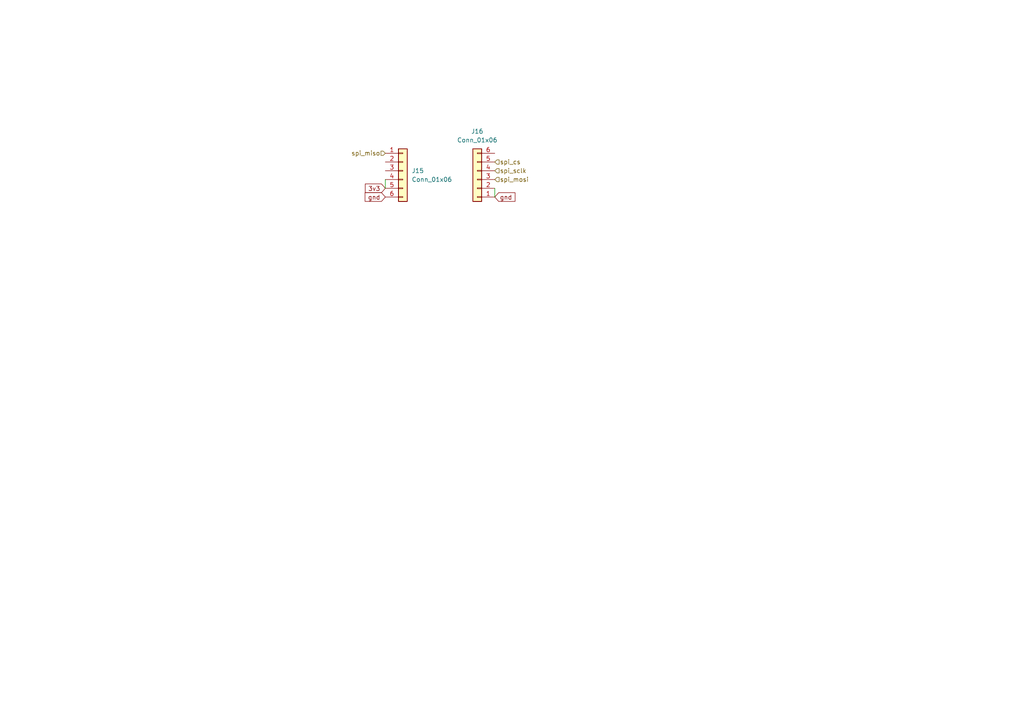
<source format=kicad_sch>
(kicad_sch (version 20230121) (generator eeschema)
  (paper "A4")
  (lib_symbols
    (symbol "Connector_Generic:Conn_01x06" (pin_names (offset 1.016) hide)
      (property "Reference" "J" (at 0 7.62 0))
      (property "Value" "Conn_01x06" (at 0 -10.16 0))
      (symbol "Conn_01x06_1_1"
        (rectangle (start -1.27 -7.493) (end 0 -7.747) (stroke (width 0.1524)))
        (rectangle (start -1.27 -4.953) (end 0 -5.207) (stroke (width 0.1524)))
        (rectangle (start -1.27 -2.413) (end 0 -2.667) (stroke (width 0.1524)))
        (rectangle (start -1.27 0.127) (end 0 -0.127) (stroke (width 0.1524)))
        (rectangle (start -1.27 2.667) (end 0 2.413) (stroke (width 0.1524)))
        (rectangle (start -1.27 5.207) (end 0 4.953) (stroke (width 0.1524)))
        (rectangle (start -1.27 6.35) (end 1.27 -8.89) (stroke (width 0.254)) (fill (type background)))
        (pin passive line (at -5.08 5.08 0) (length 3.81) (name "Pin_1") (number "1"))
        (pin passive line (at -5.08 2.54 0) (length 3.81) (name "Pin_2") (number "2"))
        (pin passive line (at -5.08 0 0) (length 3.81) (name "Pin_3") (number "3"))
        (pin passive line (at -5.08 -2.54 0) (length 3.81) (name "Pin_4") (number "4"))
        (pin passive line (at -5.08 -5.08 0) (length 3.81) (name "Pin_5") (number "5"))
        (pin passive line (at -5.08 -7.62 0) (length 3.81) (name "Pin_6") (number "6"))
      )
    )
  )
  (wire (pts (xy 111.76 52.07) (xy 111.76 54.61)))
  (wire (pts (xy 143.51 54.61) (xy 143.51 57.15)))
  (global_label "gnd" (shape input) (at 143.51 57.15 0) (property "Intersheetrefs" "${INTERSHEET_REFS}" (effects hide)))
  (global_label "3v3" (shape input) (at 111.76 54.61 180) (property "Intersheetrefs" "${INTERSHEET_REFS}" (effects hide)))
  (global_label "gnd" (shape input) (at 111.76 57.15 180) (property "Intersheetrefs" "${INTERSHEET_REFS}" (effects hide)))
  (hierarchical_label "spi_cs" (shape input) (at 143.51 46.99 0))
  (hierarchical_label "spi_sclk" (shape input) (at 143.51 49.53 0))
  (hierarchical_label "spi_mosi" (shape input) (at 143.51 52.07 0))
  (hierarchical_label "spi_miso" (shape input) (at 111.76 44.45 180))
  (symbol (lib_id "Connector_Generic:Conn_01x06") (at 116.84 49.53 0) (unit 1)
    (property "Reference" "J15" (at 119.38 49.53 0) (effects (justify left)))
    (property "Value" "Conn_01x06" (at 119.38 52.07 0) (effects (justify left)))
    (property "Footprint" "Connector_PinSocket_2.54mm:PinSocket_1x06_P2.54mm_Vertical" (effects hide))
  )
  (symbol (lib_id "Connector_Generic:Conn_01x06") (at 138.43 52.07 180) (unit 1)
    (property "Reference" "J16" (at 138.43 38.1 0))
    (property "Value" "Conn_01x06" (at 138.43 40.64 0))
    (property "Footprint" "Connector_PinSocket_2.54mm:PinSocket_1x06_P2.54mm_Vertical" (effects hide))
  )
)
</source>
